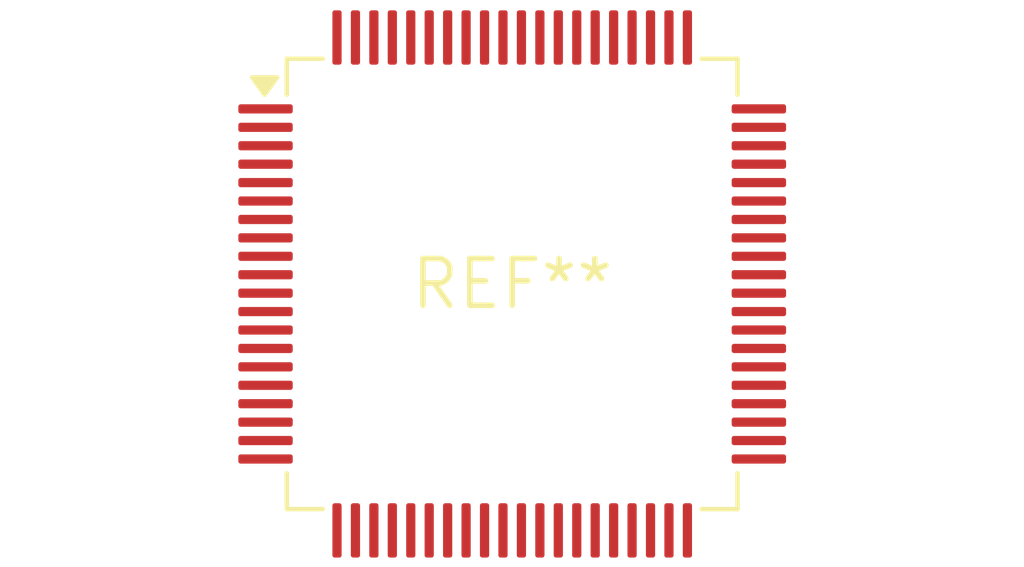
<source format=kicad_pcb>
(kicad_pcb (version 20240108) (generator pcbnew)
  (layers (0 "F.Cu" signal) (31 "B.Cu" signal) (34 "B.Paste" user) (35 "F.Paste" user) (36 "B.SilkS" user "B.Silkscreen") (37 "F.SilkS" user "F.Silkscreen") (38 "B.Mask" user) (39 "F.Mask" user) (44 "Edge.Cuts" user))
  (net 0 "")
  (footprint "LQFP-80_12x12mm_P0.5mm" (layer "F.Cu") (at 0 0)
    (property "Reference" "REF**")
    (property "Value" "LQFP-80_12x12mm_P0.5mm")
    (fp_line (start -6.11 -6.11) (end -6.11 -5.135) (layer "F.SilkS") (stroke (width 0.12)))
    (fp_line (start -6.11 6.11) (end -6.11 5.135) (layer "F.SilkS") (stroke (width 0.12)))
    (fp_line (start -5.135 -6.11) (end -6.11 -6.11) (layer "F.SilkS") (stroke (width 0.12)))
    (fp_line (start -5.135 6.11) (end -6.11 6.11) (layer "F.SilkS") (stroke (width 0.12)))
    (fp_line (start 5.135 -6.11) (end 6.11 -6.11) (layer "F.SilkS") (stroke (width 0.12)))
    (fp_line (start 5.135 6.11) (end 6.11 6.11) (layer "F.SilkS") (stroke (width 0.12)))
    (fp_line (start 6.11 -6.11) (end 6.11 -5.135) (layer "F.SilkS") (stroke (width 0.12)))
    (fp_line (start 6.11 6.11) (end 6.11 5.135) (layer "F.SilkS") (stroke (width 0.12)))
    (fp_poly (pts (xy -6.7125 -5.135) (xy -7.0525 -5.605) (xy -6.3725 -5.605) (xy -6.7125 -5.135)) (layer "F.SilkS") (stroke (width 0.12)) (fill solid))
    (pad "1" smd roundrect (at -6.6875 -4.75) (size 1.475 0.25) (layers "F.Cu" "F.Paste" "F.Mask"))
    (pad "2" smd roundrect (at -6.6875 -4.25) (size 1.475 0.25) (layers "F.Cu" "F.Paste" "F.Mask"))
    (pad "3" smd roundrect (at -6.6875 -3.75) (size 1.475 0.25) (layers "F.Cu" "F.Paste" "F.Mask"))
    (pad "4" smd roundrect (at -6.6875 -3.25) (size 1.475 0.25) (layers "F.Cu" "F.Paste" "F.Mask"))
    (pad "5" smd roundrect (at -6.6875 -2.75) (size 1.475 0.25) (layers "F.Cu" "F.Paste" "F.Mask"))
    (pad "6" smd roundrect (at -6.6875 -2.25) (size 1.475 0.25) (layers "F.Cu" "F.Paste" "F.Mask"))
    (pad "7" smd roundrect (at -6.6875 -1.75) (size 1.475 0.25) (layers "F.Cu" "F.Paste" "F.Mask"))
    (pad "8" smd roundrect (at -6.6875 -1.25) (size 1.475 0.25) (layers "F.Cu" "F.Paste" "F.Mask"))
    (pad "9" smd roundrect (at -6.6875 -0.75) (size 1.475 0.25) (layers "F.Cu" "F.Paste" "F.Mask"))
    (pad "10" smd roundrect (at -6.6875 -0.25) (size 1.475 0.25) (layers "F.Cu" "F.Paste" "F.Mask"))
    (pad "11" smd roundrect (at -6.6875 0.25) (size 1.475 0.25) (layers "F.Cu" "F.Paste" "F.Mask"))
    (pad "12" smd roundrect (at -6.6875 0.75) (size 1.475 0.25) (layers "F.Cu" "F.Paste" "F.Mask"))
    (pad "13" smd roundrect (at -6.6875 1.25) (size 1.475 0.25) (layers "F.Cu" "F.Paste" "F.Mask"))
    (pad "14" smd roundrect (at -6.6875 1.75) (size 1.475 0.25) (layers "F.Cu" "F.Paste" "F.Mask"))
    (pad "15" smd roundrect (at -6.6875 2.25) (size 1.475 0.25) (layers "F.Cu" "F.Paste" "F.Mask"))
    (pad "16" smd roundrect (at -6.6875 2.75) (size 1.475 0.25) (layers "F.Cu" "F.Paste" "F.Mask"))
    (pad "17" smd roundrect (at -6.6875 3.25) (size 1.475 0.25) (layers "F.Cu" "F.Paste" "F.Mask"))
    (pad "18" smd roundrect (at -6.6875 3.75) (size 1.475 0.25) (layers "F.Cu" "F.Paste" "F.Mask"))
    (pad "19" smd roundrect (at -6.6875 4.25) (size 1.475 0.25) (layers "F.Cu" "F.Paste" "F.Mask"))
    (pad "20" smd roundrect (at -6.6875 4.75) (size 1.475 0.25) (layers "F.Cu" "F.Paste" "F.Mask"))
    (pad "21" smd roundrect (at -4.75 6.6875) (size 0.25 1.475) (layers "F.Cu" "F.Paste" "F.Mask"))
    (pad "22" smd roundrect (at -4.25 6.6875) (size 0.25 1.475) (layers "F.Cu" "F.Paste" "F.Mask"))
    (pad "23" smd roundrect (at -3.75 6.6875) (size 0.25 1.475) (layers "F.Cu" "F.Paste" "F.Mask"))
    (pad "24" smd roundrect (at -3.25 6.6875) (size 0.25 1.475) (layers "F.Cu" "F.Paste" "F.Mask"))
    (pad "25" smd roundrect (at -2.75 6.6875) (size 0.25 1.475) (layers "F.Cu" "F.Paste" "F.Mask"))
    (pad "26" smd roundrect (at -2.25 6.6875) (size 0.25 1.475) (layers "F.Cu" "F.Paste" "F.Mask"))
    (pad "27" smd roundrect (at -1.75 6.6875) (size 0.25 1.475) (layers "F.Cu" "F.Paste" "F.Mask"))
    (pad "28" smd roundrect (at -1.25 6.6875) (size 0.25 1.475) (layers "F.Cu" "F.Paste" "F.Mask"))
    (pad "29" smd roundrect (at -0.75 6.6875) (size 0.25 1.475) (layers "F.Cu" "F.Paste" "F.Mask"))
    (pad "30" smd roundrect (at -0.25 6.6875) (size 0.25 1.475) (layers "F.Cu" "F.Paste" "F.Mask"))
    (pad "31" smd roundrect (at 0.25 6.6875) (size 0.25 1.475) (layers "F.Cu" "F.Paste" "F.Mask"))
    (pad "32" smd roundrect (at 0.75 6.6875) (size 0.25 1.475) (layers "F.Cu" "F.Paste" "F.Mask"))
    (pad "33" smd roundrect (at 1.25 6.6875) (size 0.25 1.475) (layers "F.Cu" "F.Paste" "F.Mask"))
    (pad "34" smd roundrect (at 1.75 6.6875) (size 0.25 1.475) (layers "F.Cu" "F.Paste" "F.Mask"))
    (pad "35" smd roundrect (at 2.25 6.6875) (size 0.25 1.475) (layers "F.Cu" "F.Paste" "F.Mask"))
    (pad "36" smd roundrect (at 2.75 6.6875) (size 0.25 1.475) (layers "F.Cu" "F.Paste" "F.Mask"))
    (pad "37" smd roundrect (at 3.25 6.6875) (size 0.25 1.475) (layers "F.Cu" "F.Paste" "F.Mask"))
    (pad "38" smd roundrect (at 3.75 6.6875) (size 0.25 1.475) (layers "F.Cu" "F.Paste" "F.Mask"))
    (pad "39" smd roundrect (at 4.25 6.6875) (size 0.25 1.475) (layers "F.Cu" "F.Paste" "F.Mask"))
    (pad "40" smd roundrect (at 4.75 6.6875) (size 0.25 1.475) (layers "F.Cu" "F.Paste" "F.Mask"))
    (pad "41" smd roundrect (at 6.6875 4.75) (size 1.475 0.25) (layers "F.Cu" "F.Paste" "F.Mask"))
    (pad "42" smd roundrect (at 6.6875 4.25) (size 1.475 0.25) (layers "F.Cu" "F.Paste" "F.Mask"))
    (pad "43" smd roundrect (at 6.6875 3.75) (size 1.475 0.25) (layers "F.Cu" "F.Paste" "F.Mask"))
    (pad "44" smd roundrect (at 6.6875 3.25) (size 1.475 0.25) (layers "F.Cu" "F.Paste" "F.Mask"))
    (pad "45" smd roundrect (at 6.6875 2.75) (size 1.475 0.25) (layers "F.Cu" "F.Paste" "F.Mask"))
    (pad "46" smd roundrect (at 6.6875 2.25) (size 1.475 0.25) (layers "F.Cu" "F.Paste" "F.Mask"))
    (pad "47" smd roundrect (at 6.6875 1.75) (size 1.475 0.25) (layers "F.Cu" "F.Paste" "F.Mask"))
    (pad "48" smd roundrect (at 6.6875 1.25) (size 1.475 0.25) (layers "F.Cu" "F.Paste" "F.Mask"))
    (pad "49" smd roundrect (at 6.6875 0.75) (size 1.475 0.25) (layers "F.Cu" "F.Paste" "F.Mask"))
    (pad "50" smd roundrect (at 6.6875 0.25) (size 1.475 0.25) (layers "F.Cu" "F.Paste" "F.Mask"))
    (pad "51" smd roundrect (at 6.6875 -0.25) (size 1.475 0.25) (layers "F.Cu" "F.Paste" "F.Mask"))
    (pad "52" smd roundrect (at 6.6875 -0.75) (size 1.475 0.25) (layers "F.Cu" "F.Paste" "F.Mask"))
    (pad "53" smd roundrect (at 6.6875 -1.25) (size 1.475 0.25) (layers "F.Cu" "F.Paste" "F.Mask"))
    (pad "54" smd roundrect (at 6.6875 -1.75) (size 1.475 0.25) (layers "F.Cu" "F.Paste" "F.Mask"))
    (pad "55" smd roundrect (at 6.6875 -2.25) (size 1.475 0.25) (layers "F.Cu" "F.Paste" "F.Mask"))
    (pad "56" smd roundrect (at 6.6875 -2.75) (size 1.475 0.25) (layers "F.Cu" "F.Paste" "F.Mask"))
    (pad "57" smd roundrect (at 6.6875 -3.25) (size 1.475 0.25) (layers "F.Cu" "F.Paste" "F.Mask"))
    (pad "58" smd roundrect (at 6.6875 -3.75) (size 1.475 0.25) (layers "F.Cu" "F.Paste" "F.Mask"))
    (pad "59" smd roundrect (at 6.6875 -4.25) (size 1.475 0.25) (layers "F.Cu" "F.Paste" "F.Mask"))
    (pad "60" smd roundrect (at 6.6875 -4.75) (size 1.475 0.25) (layers "F.Cu" "F.Paste" "F.Mask"))
    (pad "61" smd roundrect (at 4.75 -6.6875) (size 0.25 1.475) (layers "F.Cu" "F.Paste" "F.Mask"))
    (pad "62" smd roundrect (at 4.25 -6.6875) (size 0.25 1.475) (layers "F.Cu" "F.Paste" "F.Mask"))
    (pad "63" smd roundrect (at 3.75 -6.6875) (size 0.25 1.475) (layers "F.Cu" "F.Paste" "F.Mask"))
    (pad "64" smd roundrect (at 3.25 -6.6875) (size 0.25 1.475) (layers "F.Cu" "F.Paste" "F.Mask"))
    (pad "65" smd roundrect (at 2.75 -6.6875) (size 0.25 1.475) (layers "F.Cu" "F.Paste" "F.Mask"))
    (pad "66" smd roundrect (at 2.25 -6.6875) (size 0.25 1.475) (layers "F.Cu" "F.Paste" "F.Mask"))
    (pad "67" smd roundrect (at 1.75 -6.6875) (size 0.25 1.475) (layers "F.Cu" "F.Paste" "F.Mask"))
    (pad "68" smd roundrect (at 1.25 -6.6875) (size 0.25 1.475) (layers "F.Cu" "F.Paste" "F.Mask"))
    (pad "69" smd roundrect (at 0.75 -6.6875) (size 0.25 1.475) (layers "F.Cu" "F.Paste" "F.Mask"))
    (pad "70" smd roundrect (at 0.25 -6.6875) (size 0.25 1.475) (layers "F.Cu" "F.Paste" "F.Mask"))
    (pad "71" smd roundrect (at -0.25 -6.6875) (size 0.25 1.475) (layers "F.Cu" "F.Paste" "F.Mask"))
    (pad "72" smd roundrect (at -0.75 -6.6875) (size 0.25 1.475) (layers "F.Cu" "F.Paste" "F.Mask"))
    (pad "73" smd roundrect (at -1.25 -6.6875) (size 0.25 1.475) (layers "F.Cu" "F.Paste" "F.Mask"))
    (pad "74" smd roundrect (at -1.75 -6.6875) (size 0.25 1.475) (layers "F.Cu" "F.Paste" "F.Mask"))
    (pad "75" smd roundrect (at -2.25 -6.6875) (size 0.25 1.475) (layers "F.Cu" "F.Paste" "F.Mask"))
    (pad "76" smd roundrect (at -2.75 -6.6875) (size 0.25 1.475) (layers "F.Cu" "F.Paste" "F.Mask"))
    (pad "77" smd roundrect (at -3.25 -6.6875) (size 0.25 1.475) (layers "F.Cu" "F.Paste" "F.Mask"))
    (pad "78" smd roundrect (at -3.75 -6.6875) (size 0.25 1.475) (layers "F.Cu" "F.Paste" "F.Mask"))
    (pad "79" smd roundrect (at -4.25 -6.6875) (size 0.25 1.475) (layers "F.Cu" "F.Paste" "F.Mask"))
    (pad "80" smd roundrect (at -4.75 -6.6875) (size 0.25 1.475) (layers "F.Cu" "F.Paste" "F.Mask"))
  )
)
</source>
